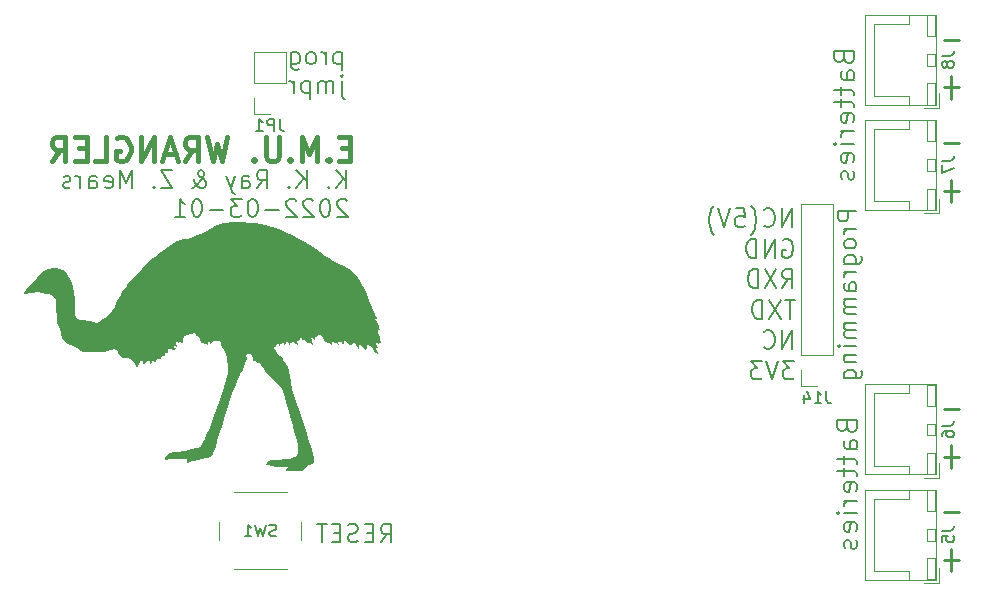
<source format=gbr>
%TF.GenerationSoftware,KiCad,Pcbnew,(6.0.1)*%
%TF.CreationDate,2022-03-01T16:38:42-05:00*%
%TF.ProjectId,Project_380,50726f6a-6563-4745-9f33-38302e6b6963,rev?*%
%TF.SameCoordinates,Original*%
%TF.FileFunction,Legend,Bot*%
%TF.FilePolarity,Positive*%
%FSLAX46Y46*%
G04 Gerber Fmt 4.6, Leading zero omitted, Abs format (unit mm)*
G04 Created by KiCad (PCBNEW (6.0.1)) date 2022-03-01 16:38:42*
%MOMM*%
%LPD*%
G01*
G04 APERTURE LIST*
%ADD10C,0.200000*%
%ADD11C,0.400000*%
%ADD12C,0.150000*%
%ADD13C,0.250000*%
%ADD14C,0.120000*%
G04 APERTURE END LIST*
D10*
X128262857Y-75721071D02*
X128262857Y-74221071D01*
X127405714Y-75721071D02*
X128048571Y-74863928D01*
X127405714Y-74221071D02*
X128262857Y-75078214D01*
X126762857Y-75578214D02*
X126691428Y-75649642D01*
X126762857Y-75721071D01*
X126834285Y-75649642D01*
X126762857Y-75578214D01*
X126762857Y-75721071D01*
X124905714Y-75721071D02*
X124905714Y-74221071D01*
X124048571Y-75721071D02*
X124691428Y-74863928D01*
X124048571Y-74221071D02*
X124905714Y-75078214D01*
X123405714Y-75578214D02*
X123334285Y-75649642D01*
X123405714Y-75721071D01*
X123477142Y-75649642D01*
X123405714Y-75578214D01*
X123405714Y-75721071D01*
X120691428Y-75721071D02*
X121191428Y-75006785D01*
X121548571Y-75721071D02*
X121548571Y-74221071D01*
X120977142Y-74221071D01*
X120834285Y-74292500D01*
X120762857Y-74363928D01*
X120691428Y-74506785D01*
X120691428Y-74721071D01*
X120762857Y-74863928D01*
X120834285Y-74935357D01*
X120977142Y-75006785D01*
X121548571Y-75006785D01*
X119405714Y-75721071D02*
X119405714Y-74935357D01*
X119477142Y-74792500D01*
X119620000Y-74721071D01*
X119905714Y-74721071D01*
X120048571Y-74792500D01*
X119405714Y-75649642D02*
X119548571Y-75721071D01*
X119905714Y-75721071D01*
X120048571Y-75649642D01*
X120120000Y-75506785D01*
X120120000Y-75363928D01*
X120048571Y-75221071D01*
X119905714Y-75149642D01*
X119548571Y-75149642D01*
X119405714Y-75078214D01*
X118834285Y-74721071D02*
X118477142Y-75721071D01*
X118120000Y-74721071D02*
X118477142Y-75721071D01*
X118620000Y-76078214D01*
X118691428Y-76149642D01*
X118834285Y-76221071D01*
X115191428Y-75721071D02*
X115262857Y-75721071D01*
X115405714Y-75649642D01*
X115620000Y-75435357D01*
X115977142Y-75006785D01*
X116120000Y-74792500D01*
X116191428Y-74578214D01*
X116191428Y-74435357D01*
X116120000Y-74292500D01*
X115977142Y-74221071D01*
X115905714Y-74221071D01*
X115762857Y-74292500D01*
X115691428Y-74435357D01*
X115691428Y-74506785D01*
X115762857Y-74649642D01*
X115834285Y-74721071D01*
X116262857Y-75006785D01*
X116334285Y-75078214D01*
X116405714Y-75221071D01*
X116405714Y-75435357D01*
X116334285Y-75578214D01*
X116262857Y-75649642D01*
X116120000Y-75721071D01*
X115905714Y-75721071D01*
X115762857Y-75649642D01*
X115691428Y-75578214D01*
X115477142Y-75292500D01*
X115405714Y-75078214D01*
X115405714Y-74935357D01*
X113548571Y-74221071D02*
X112548571Y-74221071D01*
X113548571Y-75721071D01*
X112548571Y-75721071D01*
X111977142Y-75578214D02*
X111905714Y-75649642D01*
X111977142Y-75721071D01*
X112048571Y-75649642D01*
X111977142Y-75578214D01*
X111977142Y-75721071D01*
X110120000Y-75721071D02*
X110120000Y-74221071D01*
X109620000Y-75292500D01*
X109120000Y-74221071D01*
X109120000Y-75721071D01*
X107834285Y-75649642D02*
X107977142Y-75721071D01*
X108262857Y-75721071D01*
X108405714Y-75649642D01*
X108477142Y-75506785D01*
X108477142Y-74935357D01*
X108405714Y-74792500D01*
X108262857Y-74721071D01*
X107977142Y-74721071D01*
X107834285Y-74792500D01*
X107762857Y-74935357D01*
X107762857Y-75078214D01*
X108477142Y-75221071D01*
X106477142Y-75721071D02*
X106477142Y-74935357D01*
X106548571Y-74792500D01*
X106691428Y-74721071D01*
X106977142Y-74721071D01*
X107120000Y-74792500D01*
X106477142Y-75649642D02*
X106620000Y-75721071D01*
X106977142Y-75721071D01*
X107120000Y-75649642D01*
X107191428Y-75506785D01*
X107191428Y-75363928D01*
X107120000Y-75221071D01*
X106977142Y-75149642D01*
X106620000Y-75149642D01*
X106477142Y-75078214D01*
X105762857Y-75721071D02*
X105762857Y-74721071D01*
X105762857Y-75006785D02*
X105691428Y-74863928D01*
X105620000Y-74792500D01*
X105477142Y-74721071D01*
X105334285Y-74721071D01*
X104905714Y-75649642D02*
X104762857Y-75721071D01*
X104477142Y-75721071D01*
X104334285Y-75649642D01*
X104262857Y-75506785D01*
X104262857Y-75435357D01*
X104334285Y-75292500D01*
X104477142Y-75221071D01*
X104691428Y-75221071D01*
X104834285Y-75149642D01*
X104905714Y-75006785D01*
X104905714Y-74935357D01*
X104834285Y-74792500D01*
X104691428Y-74721071D01*
X104477142Y-74721071D01*
X104334285Y-74792500D01*
X128334285Y-76778928D02*
X128262857Y-76707500D01*
X128120000Y-76636071D01*
X127762857Y-76636071D01*
X127620000Y-76707500D01*
X127548571Y-76778928D01*
X127477142Y-76921785D01*
X127477142Y-77064642D01*
X127548571Y-77278928D01*
X128405714Y-78136071D01*
X127477142Y-78136071D01*
X126548571Y-76636071D02*
X126405714Y-76636071D01*
X126262857Y-76707500D01*
X126191428Y-76778928D01*
X126120000Y-76921785D01*
X126048571Y-77207500D01*
X126048571Y-77564642D01*
X126120000Y-77850357D01*
X126191428Y-77993214D01*
X126262857Y-78064642D01*
X126405714Y-78136071D01*
X126548571Y-78136071D01*
X126691428Y-78064642D01*
X126762857Y-77993214D01*
X126834285Y-77850357D01*
X126905714Y-77564642D01*
X126905714Y-77207500D01*
X126834285Y-76921785D01*
X126762857Y-76778928D01*
X126691428Y-76707500D01*
X126548571Y-76636071D01*
X125477142Y-76778928D02*
X125405714Y-76707500D01*
X125262857Y-76636071D01*
X124905714Y-76636071D01*
X124762857Y-76707500D01*
X124691428Y-76778928D01*
X124620000Y-76921785D01*
X124620000Y-77064642D01*
X124691428Y-77278928D01*
X125548571Y-78136071D01*
X124620000Y-78136071D01*
X124048571Y-76778928D02*
X123977142Y-76707500D01*
X123834285Y-76636071D01*
X123477142Y-76636071D01*
X123334285Y-76707500D01*
X123262857Y-76778928D01*
X123191428Y-76921785D01*
X123191428Y-77064642D01*
X123262857Y-77278928D01*
X124120000Y-78136071D01*
X123191428Y-78136071D01*
X122548571Y-77564642D02*
X121405714Y-77564642D01*
X120405714Y-76636071D02*
X120262857Y-76636071D01*
X120120000Y-76707500D01*
X120048571Y-76778928D01*
X119977142Y-76921785D01*
X119905714Y-77207500D01*
X119905714Y-77564642D01*
X119977142Y-77850357D01*
X120048571Y-77993214D01*
X120120000Y-78064642D01*
X120262857Y-78136071D01*
X120405714Y-78136071D01*
X120548571Y-78064642D01*
X120620000Y-77993214D01*
X120691428Y-77850357D01*
X120762857Y-77564642D01*
X120762857Y-77207500D01*
X120691428Y-76921785D01*
X120620000Y-76778928D01*
X120548571Y-76707500D01*
X120405714Y-76636071D01*
X119405714Y-76636071D02*
X118477142Y-76636071D01*
X118977142Y-77207500D01*
X118762857Y-77207500D01*
X118620000Y-77278928D01*
X118548571Y-77350357D01*
X118477142Y-77493214D01*
X118477142Y-77850357D01*
X118548571Y-77993214D01*
X118620000Y-78064642D01*
X118762857Y-78136071D01*
X119191428Y-78136071D01*
X119334285Y-78064642D01*
X119405714Y-77993214D01*
X117834285Y-77564642D02*
X116691428Y-77564642D01*
X115691428Y-76636071D02*
X115548571Y-76636071D01*
X115405714Y-76707500D01*
X115334285Y-76778928D01*
X115262857Y-76921785D01*
X115191428Y-77207500D01*
X115191428Y-77564642D01*
X115262857Y-77850357D01*
X115334285Y-77993214D01*
X115405714Y-78064642D01*
X115548571Y-78136071D01*
X115691428Y-78136071D01*
X115834285Y-78064642D01*
X115905714Y-77993214D01*
X115977142Y-77850357D01*
X116048571Y-77564642D01*
X116048571Y-77207500D01*
X115977142Y-76921785D01*
X115905714Y-76778928D01*
X115834285Y-76707500D01*
X115691428Y-76636071D01*
X113762857Y-78136071D02*
X114620000Y-78136071D01*
X114191428Y-78136071D02*
X114191428Y-76636071D01*
X114334285Y-76850357D01*
X114477142Y-76993214D01*
X114620000Y-77064642D01*
D11*
X128571428Y-72357142D02*
X127904761Y-72357142D01*
X127619047Y-73404761D02*
X128571428Y-73404761D01*
X128571428Y-71404761D01*
X127619047Y-71404761D01*
X126761904Y-73214285D02*
X126666666Y-73309523D01*
X126761904Y-73404761D01*
X126857142Y-73309523D01*
X126761904Y-73214285D01*
X126761904Y-73404761D01*
X125809523Y-73404761D02*
X125809523Y-71404761D01*
X125142857Y-72833333D01*
X124476190Y-71404761D01*
X124476190Y-73404761D01*
X123523809Y-73214285D02*
X123428571Y-73309523D01*
X123523809Y-73404761D01*
X123619047Y-73309523D01*
X123523809Y-73214285D01*
X123523809Y-73404761D01*
X122571428Y-71404761D02*
X122571428Y-73023809D01*
X122476190Y-73214285D01*
X122380952Y-73309523D01*
X122190476Y-73404761D01*
X121809523Y-73404761D01*
X121619047Y-73309523D01*
X121523809Y-73214285D01*
X121428571Y-73023809D01*
X121428571Y-71404761D01*
X120476190Y-73214285D02*
X120380952Y-73309523D01*
X120476190Y-73404761D01*
X120571428Y-73309523D01*
X120476190Y-73214285D01*
X120476190Y-73404761D01*
X118190476Y-71404761D02*
X117714285Y-73404761D01*
X117333333Y-71976190D01*
X116952380Y-73404761D01*
X116476190Y-71404761D01*
X114571428Y-73404761D02*
X115238095Y-72452380D01*
X115714285Y-73404761D02*
X115714285Y-71404761D01*
X114952380Y-71404761D01*
X114761904Y-71500000D01*
X114666666Y-71595238D01*
X114571428Y-71785714D01*
X114571428Y-72071428D01*
X114666666Y-72261904D01*
X114761904Y-72357142D01*
X114952380Y-72452380D01*
X115714285Y-72452380D01*
X113809523Y-72833333D02*
X112857142Y-72833333D01*
X114000000Y-73404761D02*
X113333333Y-71404761D01*
X112666666Y-73404761D01*
X112000000Y-73404761D02*
X112000000Y-71404761D01*
X110857142Y-73404761D01*
X110857142Y-71404761D01*
X108857142Y-71500000D02*
X109047619Y-71404761D01*
X109333333Y-71404761D01*
X109619047Y-71500000D01*
X109809523Y-71690476D01*
X109904761Y-71880952D01*
X110000000Y-72261904D01*
X110000000Y-72547619D01*
X109904761Y-72928571D01*
X109809523Y-73119047D01*
X109619047Y-73309523D01*
X109333333Y-73404761D01*
X109142857Y-73404761D01*
X108857142Y-73309523D01*
X108761904Y-73214285D01*
X108761904Y-72547619D01*
X109142857Y-72547619D01*
X106952380Y-73404761D02*
X107904761Y-73404761D01*
X107904761Y-71404761D01*
X106285714Y-72357142D02*
X105619047Y-72357142D01*
X105333333Y-73404761D02*
X106285714Y-73404761D01*
X106285714Y-71404761D01*
X105333333Y-71404761D01*
X103333333Y-73404761D02*
X104000000Y-72452380D01*
X104476190Y-73404761D02*
X104476190Y-71404761D01*
X103714285Y-71404761D01*
X103523809Y-71500000D01*
X103428571Y-71595238D01*
X103333333Y-71785714D01*
X103333333Y-72071428D01*
X103428571Y-72261904D01*
X103523809Y-72357142D01*
X103714285Y-72452380D01*
X104476190Y-72452380D01*
D10*
X171428571Y-77678571D02*
X169928571Y-77678571D01*
X169928571Y-78250000D01*
X170000000Y-78392857D01*
X170071428Y-78464285D01*
X170214285Y-78535714D01*
X170428571Y-78535714D01*
X170571428Y-78464285D01*
X170642857Y-78392857D01*
X170714285Y-78250000D01*
X170714285Y-77678571D01*
X171428571Y-79178571D02*
X170428571Y-79178571D01*
X170714285Y-79178571D02*
X170571428Y-79250000D01*
X170500000Y-79321428D01*
X170428571Y-79464285D01*
X170428571Y-79607142D01*
X171428571Y-80321428D02*
X171357142Y-80178571D01*
X171285714Y-80107142D01*
X171142857Y-80035714D01*
X170714285Y-80035714D01*
X170571428Y-80107142D01*
X170500000Y-80178571D01*
X170428571Y-80321428D01*
X170428571Y-80535714D01*
X170500000Y-80678571D01*
X170571428Y-80750000D01*
X170714285Y-80821428D01*
X171142857Y-80821428D01*
X171285714Y-80750000D01*
X171357142Y-80678571D01*
X171428571Y-80535714D01*
X171428571Y-80321428D01*
X170428571Y-82107142D02*
X171642857Y-82107142D01*
X171785714Y-82035714D01*
X171857142Y-81964285D01*
X171928571Y-81821428D01*
X171928571Y-81607142D01*
X171857142Y-81464285D01*
X171357142Y-82107142D02*
X171428571Y-81964285D01*
X171428571Y-81678571D01*
X171357142Y-81535714D01*
X171285714Y-81464285D01*
X171142857Y-81392857D01*
X170714285Y-81392857D01*
X170571428Y-81464285D01*
X170500000Y-81535714D01*
X170428571Y-81678571D01*
X170428571Y-81964285D01*
X170500000Y-82107142D01*
X171428571Y-82821428D02*
X170428571Y-82821428D01*
X170714285Y-82821428D02*
X170571428Y-82892857D01*
X170500000Y-82964285D01*
X170428571Y-83107142D01*
X170428571Y-83250000D01*
X171428571Y-84392857D02*
X170642857Y-84392857D01*
X170500000Y-84321428D01*
X170428571Y-84178571D01*
X170428571Y-83892857D01*
X170500000Y-83750000D01*
X171357142Y-84392857D02*
X171428571Y-84250000D01*
X171428571Y-83892857D01*
X171357142Y-83750000D01*
X171214285Y-83678571D01*
X171071428Y-83678571D01*
X170928571Y-83750000D01*
X170857142Y-83892857D01*
X170857142Y-84250000D01*
X170785714Y-84392857D01*
X171428571Y-85107142D02*
X170428571Y-85107142D01*
X170571428Y-85107142D02*
X170500000Y-85178571D01*
X170428571Y-85321428D01*
X170428571Y-85535714D01*
X170500000Y-85678571D01*
X170642857Y-85750000D01*
X171428571Y-85750000D01*
X170642857Y-85750000D02*
X170500000Y-85821428D01*
X170428571Y-85964285D01*
X170428571Y-86178571D01*
X170500000Y-86321428D01*
X170642857Y-86392857D01*
X171428571Y-86392857D01*
X171428571Y-87107142D02*
X170428571Y-87107142D01*
X170571428Y-87107142D02*
X170500000Y-87178571D01*
X170428571Y-87321428D01*
X170428571Y-87535714D01*
X170500000Y-87678571D01*
X170642857Y-87750000D01*
X171428571Y-87750000D01*
X170642857Y-87750000D02*
X170500000Y-87821428D01*
X170428571Y-87964285D01*
X170428571Y-88178571D01*
X170500000Y-88321428D01*
X170642857Y-88392857D01*
X171428571Y-88392857D01*
X171428571Y-89107142D02*
X170428571Y-89107142D01*
X169928571Y-89107142D02*
X170000000Y-89035714D01*
X170071428Y-89107142D01*
X170000000Y-89178571D01*
X169928571Y-89107142D01*
X170071428Y-89107142D01*
X170428571Y-89821428D02*
X171428571Y-89821428D01*
X170571428Y-89821428D02*
X170500000Y-89892857D01*
X170428571Y-90035714D01*
X170428571Y-90250000D01*
X170500000Y-90392857D01*
X170642857Y-90464285D01*
X171428571Y-90464285D01*
X170428571Y-91821428D02*
X171642857Y-91821428D01*
X171785714Y-91750000D01*
X171857142Y-91678571D01*
X171928571Y-91535714D01*
X171928571Y-91321428D01*
X171857142Y-91178571D01*
X171357142Y-91821428D02*
X171428571Y-91678571D01*
X171428571Y-91392857D01*
X171357142Y-91250000D01*
X171285714Y-91178571D01*
X171142857Y-91107142D01*
X170714285Y-91107142D01*
X170571428Y-91178571D01*
X170500000Y-91250000D01*
X170428571Y-91392857D01*
X170428571Y-91678571D01*
X170500000Y-91821428D01*
D12*
X166045357Y-79033809D02*
X166045357Y-77433809D01*
X165188214Y-79033809D01*
X165188214Y-77433809D01*
X163616785Y-78881428D02*
X163688214Y-78957619D01*
X163902500Y-79033809D01*
X164045357Y-79033809D01*
X164259642Y-78957619D01*
X164402500Y-78805238D01*
X164473928Y-78652857D01*
X164545357Y-78348095D01*
X164545357Y-78119523D01*
X164473928Y-77814761D01*
X164402500Y-77662380D01*
X164259642Y-77510000D01*
X164045357Y-77433809D01*
X163902500Y-77433809D01*
X163688214Y-77510000D01*
X163616785Y-77586190D01*
X162545357Y-79643333D02*
X162616785Y-79567142D01*
X162759642Y-79338571D01*
X162831071Y-79186190D01*
X162902500Y-78957619D01*
X162973928Y-78576666D01*
X162973928Y-78271904D01*
X162902500Y-77890952D01*
X162831071Y-77662380D01*
X162759642Y-77510000D01*
X162616785Y-77281428D01*
X162545357Y-77205238D01*
X161259642Y-77433809D02*
X161973928Y-77433809D01*
X162045357Y-78195714D01*
X161973928Y-78119523D01*
X161831071Y-78043333D01*
X161473928Y-78043333D01*
X161331071Y-78119523D01*
X161259642Y-78195714D01*
X161188214Y-78348095D01*
X161188214Y-78729047D01*
X161259642Y-78881428D01*
X161331071Y-78957619D01*
X161473928Y-79033809D01*
X161831071Y-79033809D01*
X161973928Y-78957619D01*
X162045357Y-78881428D01*
X160759642Y-77433809D02*
X160259642Y-79033809D01*
X159759642Y-77433809D01*
X159402500Y-79643333D02*
X159331071Y-79567142D01*
X159188214Y-79338571D01*
X159116785Y-79186190D01*
X159045357Y-78957619D01*
X158973928Y-78576666D01*
X158973928Y-78271904D01*
X159045357Y-77890952D01*
X159116785Y-77662380D01*
X159188214Y-77510000D01*
X159331071Y-77281428D01*
X159402500Y-77205238D01*
X165259642Y-80086000D02*
X165402500Y-80009809D01*
X165616785Y-80009809D01*
X165831071Y-80086000D01*
X165973928Y-80238380D01*
X166045357Y-80390761D01*
X166116785Y-80695523D01*
X166116785Y-80924095D01*
X166045357Y-81228857D01*
X165973928Y-81381238D01*
X165831071Y-81533619D01*
X165616785Y-81609809D01*
X165473928Y-81609809D01*
X165259642Y-81533619D01*
X165188214Y-81457428D01*
X165188214Y-80924095D01*
X165473928Y-80924095D01*
X164545357Y-81609809D02*
X164545357Y-80009809D01*
X163688214Y-81609809D01*
X163688214Y-80009809D01*
X162973928Y-81609809D02*
X162973928Y-80009809D01*
X162616785Y-80009809D01*
X162402500Y-80086000D01*
X162259642Y-80238380D01*
X162188214Y-80390761D01*
X162116785Y-80695523D01*
X162116785Y-80924095D01*
X162188214Y-81228857D01*
X162259642Y-81381238D01*
X162402500Y-81533619D01*
X162616785Y-81609809D01*
X162973928Y-81609809D01*
X165188214Y-84185809D02*
X165688214Y-83423904D01*
X166045357Y-84185809D02*
X166045357Y-82585809D01*
X165473928Y-82585809D01*
X165331071Y-82662000D01*
X165259642Y-82738190D01*
X165188214Y-82890571D01*
X165188214Y-83119142D01*
X165259642Y-83271523D01*
X165331071Y-83347714D01*
X165473928Y-83423904D01*
X166045357Y-83423904D01*
X164688214Y-82585809D02*
X163688214Y-84185809D01*
X163688214Y-82585809D02*
X164688214Y-84185809D01*
X163116785Y-84185809D02*
X163116785Y-82585809D01*
X162759642Y-82585809D01*
X162545357Y-82662000D01*
X162402500Y-82814380D01*
X162331071Y-82966761D01*
X162259642Y-83271523D01*
X162259642Y-83500095D01*
X162331071Y-83804857D01*
X162402500Y-83957238D01*
X162545357Y-84109619D01*
X162759642Y-84185809D01*
X163116785Y-84185809D01*
X166259642Y-85161809D02*
X165402500Y-85161809D01*
X165831071Y-86761809D02*
X165831071Y-85161809D01*
X165045357Y-85161809D02*
X164045357Y-86761809D01*
X164045357Y-85161809D02*
X165045357Y-86761809D01*
X163473928Y-86761809D02*
X163473928Y-85161809D01*
X163116785Y-85161809D01*
X162902500Y-85238000D01*
X162759642Y-85390380D01*
X162688214Y-85542761D01*
X162616785Y-85847523D01*
X162616785Y-86076095D01*
X162688214Y-86380857D01*
X162759642Y-86533238D01*
X162902500Y-86685619D01*
X163116785Y-86761809D01*
X163473928Y-86761809D01*
X166045357Y-89337809D02*
X166045357Y-87737809D01*
X165188214Y-89337809D01*
X165188214Y-87737809D01*
X163616785Y-89185428D02*
X163688214Y-89261619D01*
X163902500Y-89337809D01*
X164045357Y-89337809D01*
X164259642Y-89261619D01*
X164402500Y-89109238D01*
X164473928Y-88956857D01*
X164545357Y-88652095D01*
X164545357Y-88423523D01*
X164473928Y-88118761D01*
X164402500Y-87966380D01*
X164259642Y-87814000D01*
X164045357Y-87737809D01*
X163902500Y-87737809D01*
X163688214Y-87814000D01*
X163616785Y-87890190D01*
X166188214Y-90313809D02*
X165259642Y-90313809D01*
X165759642Y-90923333D01*
X165545357Y-90923333D01*
X165402500Y-90999523D01*
X165331071Y-91075714D01*
X165259642Y-91228095D01*
X165259642Y-91609047D01*
X165331071Y-91761428D01*
X165402500Y-91837619D01*
X165545357Y-91913809D01*
X165973928Y-91913809D01*
X166116785Y-91837619D01*
X166188214Y-91761428D01*
X164831071Y-90313809D02*
X164331071Y-91913809D01*
X163831071Y-90313809D01*
X163473928Y-90313809D02*
X162545357Y-90313809D01*
X163045357Y-90923333D01*
X162831071Y-90923333D01*
X162688214Y-90999523D01*
X162616785Y-91075714D01*
X162545357Y-91228095D01*
X162545357Y-91609047D01*
X162616785Y-91761428D01*
X162688214Y-91837619D01*
X162831071Y-91913809D01*
X163259642Y-91913809D01*
X163402500Y-91837619D01*
X163473928Y-91761428D01*
D10*
X170375000Y-64666666D02*
X170458333Y-64916666D01*
X170541666Y-65000000D01*
X170708333Y-65083333D01*
X170958333Y-65083333D01*
X171125000Y-65000000D01*
X171208333Y-64916666D01*
X171291666Y-64750000D01*
X171291666Y-64083333D01*
X169541666Y-64083333D01*
X169541666Y-64666666D01*
X169625000Y-64833333D01*
X169708333Y-64916666D01*
X169875000Y-65000000D01*
X170041666Y-65000000D01*
X170208333Y-64916666D01*
X170291666Y-64833333D01*
X170375000Y-64666666D01*
X170375000Y-64083333D01*
X171291666Y-66583333D02*
X170375000Y-66583333D01*
X170208333Y-66500000D01*
X170125000Y-66333333D01*
X170125000Y-66000000D01*
X170208333Y-65833333D01*
X171208333Y-66583333D02*
X171291666Y-66416666D01*
X171291666Y-66000000D01*
X171208333Y-65833333D01*
X171041666Y-65750000D01*
X170875000Y-65750000D01*
X170708333Y-65833333D01*
X170625000Y-66000000D01*
X170625000Y-66416666D01*
X170541666Y-66583333D01*
X170125000Y-67166666D02*
X170125000Y-67833333D01*
X169541666Y-67416666D02*
X171041666Y-67416666D01*
X171208333Y-67500000D01*
X171291666Y-67666666D01*
X171291666Y-67833333D01*
X170125000Y-68166666D02*
X170125000Y-68833333D01*
X169541666Y-68416666D02*
X171041666Y-68416666D01*
X171208333Y-68500000D01*
X171291666Y-68666666D01*
X171291666Y-68833333D01*
X171208333Y-70083333D02*
X171291666Y-69916666D01*
X171291666Y-69583333D01*
X171208333Y-69416666D01*
X171041666Y-69333333D01*
X170375000Y-69333333D01*
X170208333Y-69416666D01*
X170125000Y-69583333D01*
X170125000Y-69916666D01*
X170208333Y-70083333D01*
X170375000Y-70166666D01*
X170541666Y-70166666D01*
X170708333Y-69333333D01*
X171291666Y-70916666D02*
X170125000Y-70916666D01*
X170458333Y-70916666D02*
X170291666Y-71000000D01*
X170208333Y-71083333D01*
X170125000Y-71250000D01*
X170125000Y-71416666D01*
X171291666Y-72000000D02*
X170125000Y-72000000D01*
X169541666Y-72000000D02*
X169625000Y-71916666D01*
X169708333Y-72000000D01*
X169625000Y-72083333D01*
X169541666Y-72000000D01*
X169708333Y-72000000D01*
X171208333Y-73500000D02*
X171291666Y-73333333D01*
X171291666Y-73000000D01*
X171208333Y-72833333D01*
X171041666Y-72750000D01*
X170375000Y-72750000D01*
X170208333Y-72833333D01*
X170125000Y-73000000D01*
X170125000Y-73333333D01*
X170208333Y-73500000D01*
X170375000Y-73583333D01*
X170541666Y-73583333D01*
X170708333Y-72750000D01*
X171208333Y-74250000D02*
X171291666Y-74416666D01*
X171291666Y-74750000D01*
X171208333Y-74916666D01*
X171041666Y-75000000D01*
X170958333Y-75000000D01*
X170791666Y-74916666D01*
X170708333Y-74750000D01*
X170708333Y-74500000D01*
X170625000Y-74333333D01*
X170458333Y-74250000D01*
X170375000Y-74250000D01*
X170208333Y-74333333D01*
X170125000Y-74500000D01*
X170125000Y-74750000D01*
X170208333Y-74916666D01*
X170625000Y-95916666D02*
X170708333Y-96166666D01*
X170791666Y-96250000D01*
X170958333Y-96333333D01*
X171208333Y-96333333D01*
X171375000Y-96250000D01*
X171458333Y-96166666D01*
X171541666Y-96000000D01*
X171541666Y-95333333D01*
X169791666Y-95333333D01*
X169791666Y-95916666D01*
X169875000Y-96083333D01*
X169958333Y-96166666D01*
X170125000Y-96250000D01*
X170291666Y-96250000D01*
X170458333Y-96166666D01*
X170541666Y-96083333D01*
X170625000Y-95916666D01*
X170625000Y-95333333D01*
X171541666Y-97833333D02*
X170625000Y-97833333D01*
X170458333Y-97750000D01*
X170375000Y-97583333D01*
X170375000Y-97250000D01*
X170458333Y-97083333D01*
X171458333Y-97833333D02*
X171541666Y-97666666D01*
X171541666Y-97250000D01*
X171458333Y-97083333D01*
X171291666Y-97000000D01*
X171125000Y-97000000D01*
X170958333Y-97083333D01*
X170875000Y-97250000D01*
X170875000Y-97666666D01*
X170791666Y-97833333D01*
X170375000Y-98416666D02*
X170375000Y-99083333D01*
X169791666Y-98666666D02*
X171291666Y-98666666D01*
X171458333Y-98750000D01*
X171541666Y-98916666D01*
X171541666Y-99083333D01*
X170375000Y-99416666D02*
X170375000Y-100083333D01*
X169791666Y-99666666D02*
X171291666Y-99666666D01*
X171458333Y-99750000D01*
X171541666Y-99916666D01*
X171541666Y-100083333D01*
X171458333Y-101333333D02*
X171541666Y-101166666D01*
X171541666Y-100833333D01*
X171458333Y-100666666D01*
X171291666Y-100583333D01*
X170625000Y-100583333D01*
X170458333Y-100666666D01*
X170375000Y-100833333D01*
X170375000Y-101166666D01*
X170458333Y-101333333D01*
X170625000Y-101416666D01*
X170791666Y-101416666D01*
X170958333Y-100583333D01*
X171541666Y-102166666D02*
X170375000Y-102166666D01*
X170708333Y-102166666D02*
X170541666Y-102250000D01*
X170458333Y-102333333D01*
X170375000Y-102500000D01*
X170375000Y-102666666D01*
X171541666Y-103250000D02*
X170375000Y-103250000D01*
X169791666Y-103250000D02*
X169875000Y-103166666D01*
X169958333Y-103250000D01*
X169875000Y-103333333D01*
X169791666Y-103250000D01*
X169958333Y-103250000D01*
X171458333Y-104750000D02*
X171541666Y-104583333D01*
X171541666Y-104250000D01*
X171458333Y-104083333D01*
X171291666Y-104000000D01*
X170625000Y-104000000D01*
X170458333Y-104083333D01*
X170375000Y-104250000D01*
X170375000Y-104583333D01*
X170458333Y-104750000D01*
X170625000Y-104833333D01*
X170791666Y-104833333D01*
X170958333Y-104000000D01*
X171458333Y-105500000D02*
X171541666Y-105666666D01*
X171541666Y-106000000D01*
X171458333Y-106166666D01*
X171291666Y-106250000D01*
X171208333Y-106250000D01*
X171041666Y-106166666D01*
X170958333Y-106000000D01*
X170958333Y-105750000D01*
X170875000Y-105583333D01*
X170708333Y-105500000D01*
X170625000Y-105500000D01*
X170458333Y-105583333D01*
X170375000Y-105750000D01*
X170375000Y-106000000D01*
X170458333Y-106166666D01*
D13*
X180166666Y-103166071D02*
X178833333Y-103166071D01*
X180166666Y-107191071D02*
X178833333Y-107191071D01*
X179500000Y-108143452D02*
X179500000Y-106238690D01*
X180166666Y-94416071D02*
X178833333Y-94416071D01*
X180166666Y-98441071D02*
X178833333Y-98441071D01*
X179500000Y-99393452D02*
X179500000Y-97488690D01*
X180166666Y-71916071D02*
X178833333Y-71916071D01*
X180166666Y-75941071D02*
X178833333Y-75941071D01*
X179500000Y-76893452D02*
X179500000Y-74988690D01*
X180166666Y-63166071D02*
X178833333Y-63166071D01*
X180166666Y-67191071D02*
X178833333Y-67191071D01*
X179500000Y-68143452D02*
X179500000Y-66238690D01*
D12*
X131178571Y-105678571D02*
X131678571Y-104964285D01*
X132035714Y-105678571D02*
X132035714Y-104178571D01*
X131464285Y-104178571D01*
X131321428Y-104250000D01*
X131250000Y-104321428D01*
X131178571Y-104464285D01*
X131178571Y-104678571D01*
X131250000Y-104821428D01*
X131321428Y-104892857D01*
X131464285Y-104964285D01*
X132035714Y-104964285D01*
X130535714Y-104892857D02*
X130035714Y-104892857D01*
X129821428Y-105678571D02*
X130535714Y-105678571D01*
X130535714Y-104178571D01*
X129821428Y-104178571D01*
X129250000Y-105607142D02*
X129035714Y-105678571D01*
X128678571Y-105678571D01*
X128535714Y-105607142D01*
X128464285Y-105535714D01*
X128392857Y-105392857D01*
X128392857Y-105250000D01*
X128464285Y-105107142D01*
X128535714Y-105035714D01*
X128678571Y-104964285D01*
X128964285Y-104892857D01*
X129107142Y-104821428D01*
X129178571Y-104750000D01*
X129250000Y-104607142D01*
X129250000Y-104464285D01*
X129178571Y-104321428D01*
X129107142Y-104250000D01*
X128964285Y-104178571D01*
X128607142Y-104178571D01*
X128392857Y-104250000D01*
X127750000Y-104892857D02*
X127250000Y-104892857D01*
X127035714Y-105678571D02*
X127750000Y-105678571D01*
X127750000Y-104178571D01*
X127035714Y-104178571D01*
X126607142Y-104178571D02*
X125750000Y-104178571D01*
X126178571Y-105678571D02*
X126178571Y-104178571D01*
X127892857Y-64221071D02*
X127892857Y-65721071D01*
X127892857Y-64292500D02*
X127750000Y-64221071D01*
X127464285Y-64221071D01*
X127321428Y-64292500D01*
X127250000Y-64363928D01*
X127178571Y-64506785D01*
X127178571Y-64935357D01*
X127250000Y-65078214D01*
X127321428Y-65149642D01*
X127464285Y-65221071D01*
X127750000Y-65221071D01*
X127892857Y-65149642D01*
X126535714Y-65221071D02*
X126535714Y-64221071D01*
X126535714Y-64506785D02*
X126464285Y-64363928D01*
X126392857Y-64292500D01*
X126250000Y-64221071D01*
X126107142Y-64221071D01*
X125392857Y-65221071D02*
X125535714Y-65149642D01*
X125607142Y-65078214D01*
X125678571Y-64935357D01*
X125678571Y-64506785D01*
X125607142Y-64363928D01*
X125535714Y-64292500D01*
X125392857Y-64221071D01*
X125178571Y-64221071D01*
X125035714Y-64292500D01*
X124964285Y-64363928D01*
X124892857Y-64506785D01*
X124892857Y-64935357D01*
X124964285Y-65078214D01*
X125035714Y-65149642D01*
X125178571Y-65221071D01*
X125392857Y-65221071D01*
X123607142Y-64221071D02*
X123607142Y-65435357D01*
X123678571Y-65578214D01*
X123750000Y-65649642D01*
X123892857Y-65721071D01*
X124107142Y-65721071D01*
X124250000Y-65649642D01*
X123607142Y-65149642D02*
X123750000Y-65221071D01*
X124035714Y-65221071D01*
X124178571Y-65149642D01*
X124250000Y-65078214D01*
X124321428Y-64935357D01*
X124321428Y-64506785D01*
X124250000Y-64363928D01*
X124178571Y-64292500D01*
X124035714Y-64221071D01*
X123750000Y-64221071D01*
X123607142Y-64292500D01*
X127892857Y-66636071D02*
X127892857Y-67921785D01*
X127964285Y-68064642D01*
X128107142Y-68136071D01*
X128178571Y-68136071D01*
X127892857Y-66136071D02*
X127964285Y-66207500D01*
X127892857Y-66278928D01*
X127821428Y-66207500D01*
X127892857Y-66136071D01*
X127892857Y-66278928D01*
X127178571Y-67636071D02*
X127178571Y-66636071D01*
X127178571Y-66778928D02*
X127107142Y-66707500D01*
X126964285Y-66636071D01*
X126750000Y-66636071D01*
X126607142Y-66707500D01*
X126535714Y-66850357D01*
X126535714Y-67636071D01*
X126535714Y-66850357D02*
X126464285Y-66707500D01*
X126321428Y-66636071D01*
X126107142Y-66636071D01*
X125964285Y-66707500D01*
X125892857Y-66850357D01*
X125892857Y-67636071D01*
X125178571Y-66636071D02*
X125178571Y-68136071D01*
X125178571Y-66707500D02*
X125035714Y-66636071D01*
X124750000Y-66636071D01*
X124607142Y-66707500D01*
X124535714Y-66778928D01*
X124464285Y-66921785D01*
X124464285Y-67350357D01*
X124535714Y-67493214D01*
X124607142Y-67564642D01*
X124750000Y-67636071D01*
X125035714Y-67636071D01*
X125178571Y-67564642D01*
X123821428Y-67636071D02*
X123821428Y-66636071D01*
X123821428Y-66921785D02*
X123750000Y-66778928D01*
X123678571Y-66707500D01*
X123535714Y-66636071D01*
X123392857Y-66636071D01*
%TO.C,J7*%
X178702380Y-73416666D02*
X179416666Y-73416666D01*
X179559523Y-73369047D01*
X179654761Y-73273809D01*
X179702380Y-73130952D01*
X179702380Y-73035714D01*
X178702380Y-73797619D02*
X178702380Y-74464285D01*
X179702380Y-74035714D01*
%TO.C,J8*%
X178702380Y-64516666D02*
X179416666Y-64516666D01*
X179559523Y-64469047D01*
X179654761Y-64373809D01*
X179702380Y-64230952D01*
X179702380Y-64135714D01*
X179130952Y-65135714D02*
X179083333Y-65040476D01*
X179035714Y-64992857D01*
X178940476Y-64945238D01*
X178892857Y-64945238D01*
X178797619Y-64992857D01*
X178750000Y-65040476D01*
X178702380Y-65135714D01*
X178702380Y-65326190D01*
X178750000Y-65421428D01*
X178797619Y-65469047D01*
X178892857Y-65516666D01*
X178940476Y-65516666D01*
X179035714Y-65469047D01*
X179083333Y-65421428D01*
X179130952Y-65326190D01*
X179130952Y-65135714D01*
X179178571Y-65040476D01*
X179226190Y-64992857D01*
X179321428Y-64945238D01*
X179511904Y-64945238D01*
X179607142Y-64992857D01*
X179654761Y-65040476D01*
X179702380Y-65135714D01*
X179702380Y-65326190D01*
X179654761Y-65421428D01*
X179607142Y-65469047D01*
X179511904Y-65516666D01*
X179321428Y-65516666D01*
X179226190Y-65469047D01*
X179178571Y-65421428D01*
X179130952Y-65326190D01*
%TO.C,JP1*%
X122633333Y-69857380D02*
X122633333Y-70571666D01*
X122680952Y-70714523D01*
X122776190Y-70809761D01*
X122919047Y-70857380D01*
X123014285Y-70857380D01*
X122157142Y-70857380D02*
X122157142Y-69857380D01*
X121776190Y-69857380D01*
X121680952Y-69905000D01*
X121633333Y-69952619D01*
X121585714Y-70047857D01*
X121585714Y-70190714D01*
X121633333Y-70285952D01*
X121680952Y-70333571D01*
X121776190Y-70381190D01*
X122157142Y-70381190D01*
X120633333Y-70857380D02*
X121204761Y-70857380D01*
X120919047Y-70857380D02*
X120919047Y-69857380D01*
X121014285Y-70000238D01*
X121109523Y-70095476D01*
X121204761Y-70143095D01*
%TO.C,J5*%
X178702380Y-104716666D02*
X179416666Y-104716666D01*
X179559523Y-104669047D01*
X179654761Y-104573809D01*
X179702380Y-104430952D01*
X179702380Y-104335714D01*
X178702380Y-105669047D02*
X178702380Y-105192857D01*
X179178571Y-105145238D01*
X179130952Y-105192857D01*
X179083333Y-105288095D01*
X179083333Y-105526190D01*
X179130952Y-105621428D01*
X179178571Y-105669047D01*
X179273809Y-105716666D01*
X179511904Y-105716666D01*
X179607142Y-105669047D01*
X179654761Y-105621428D01*
X179702380Y-105526190D01*
X179702380Y-105288095D01*
X179654761Y-105192857D01*
X179607142Y-105145238D01*
%TO.C,SW1*%
X122333333Y-105154761D02*
X122190476Y-105202380D01*
X121952380Y-105202380D01*
X121857142Y-105154761D01*
X121809523Y-105107142D01*
X121761904Y-105011904D01*
X121761904Y-104916666D01*
X121809523Y-104821428D01*
X121857142Y-104773809D01*
X121952380Y-104726190D01*
X122142857Y-104678571D01*
X122238095Y-104630952D01*
X122285714Y-104583333D01*
X122333333Y-104488095D01*
X122333333Y-104392857D01*
X122285714Y-104297619D01*
X122238095Y-104250000D01*
X122142857Y-104202380D01*
X121904761Y-104202380D01*
X121761904Y-104250000D01*
X121428571Y-104202380D02*
X121190476Y-105202380D01*
X121000000Y-104488095D01*
X120809523Y-105202380D01*
X120571428Y-104202380D01*
X119666666Y-105202380D02*
X120238095Y-105202380D01*
X119952380Y-105202380D02*
X119952380Y-104202380D01*
X120047619Y-104345238D01*
X120142857Y-104440476D01*
X120238095Y-104488095D01*
%TO.C,J14*%
X168919523Y-92912380D02*
X168919523Y-93626666D01*
X168967142Y-93769523D01*
X169062380Y-93864761D01*
X169205238Y-93912380D01*
X169300476Y-93912380D01*
X167919523Y-93912380D02*
X168490952Y-93912380D01*
X168205238Y-93912380D02*
X168205238Y-92912380D01*
X168300476Y-93055238D01*
X168395714Y-93150476D01*
X168490952Y-93198095D01*
X167062380Y-93245714D02*
X167062380Y-93912380D01*
X167300476Y-92864761D02*
X167538571Y-93579047D01*
X166919523Y-93579047D01*
%TO.C,J6*%
X178702380Y-95816666D02*
X179416666Y-95816666D01*
X179559523Y-95769047D01*
X179654761Y-95673809D01*
X179702380Y-95530952D01*
X179702380Y-95435714D01*
X178702380Y-96721428D02*
X178702380Y-96530952D01*
X178750000Y-96435714D01*
X178797619Y-96388095D01*
X178940476Y-96292857D01*
X179130952Y-96245238D01*
X179511904Y-96245238D01*
X179607142Y-96292857D01*
X179654761Y-96340476D01*
X179702380Y-96435714D01*
X179702380Y-96626190D01*
X179654761Y-96721428D01*
X179607142Y-96769047D01*
X179511904Y-96816666D01*
X179273809Y-96816666D01*
X179178571Y-96769047D01*
X179130952Y-96721428D01*
X179083333Y-96626190D01*
X179083333Y-96435714D01*
X179130952Y-96340476D01*
X179178571Y-96292857D01*
X179273809Y-96245238D01*
%TO.C,G\u002A\u002A\u002A*%
G36*
X119205519Y-78614982D02*
G01*
X119616168Y-78623938D01*
X120020127Y-78640147D01*
X120396760Y-78663316D01*
X120725433Y-78693152D01*
X120985510Y-78729364D01*
X121055102Y-78742627D01*
X121486040Y-78850142D01*
X121985997Y-79009892D01*
X122532837Y-79212387D01*
X123104423Y-79448139D01*
X123678618Y-79707660D01*
X124233287Y-79981460D01*
X124746291Y-80260052D01*
X125195496Y-80533945D01*
X125416287Y-80681732D01*
X125731217Y-80899328D01*
X126057815Y-81130857D01*
X126352725Y-81345898D01*
X126460082Y-81423968D01*
X126818799Y-81664617D01*
X127178565Y-81879291D01*
X127496869Y-82042121D01*
X127670175Y-82121143D01*
X128035513Y-82294179D01*
X128322582Y-82443746D01*
X128551568Y-82582813D01*
X128742662Y-82724348D01*
X128916052Y-82881318D01*
X129091925Y-83066691D01*
X129298166Y-83299235D01*
X129448168Y-83477460D01*
X129526387Y-83583499D01*
X129530312Y-83613925D01*
X129457433Y-83565315D01*
X129407109Y-83528087D01*
X129381819Y-83523567D01*
X129408579Y-83579580D01*
X129492822Y-83706532D01*
X129639985Y-83914828D01*
X129809409Y-84182877D01*
X130032454Y-84653550D01*
X130230349Y-85226848D01*
X130312776Y-85473263D01*
X130424260Y-85757939D01*
X130533550Y-85996621D01*
X130619397Y-86175158D01*
X130679469Y-86323109D01*
X130698040Y-86402990D01*
X130698000Y-86414323D01*
X130741575Y-86503135D01*
X130837624Y-86617517D01*
X130905045Y-86688995D01*
X130949263Y-86757250D01*
X130904804Y-86754460D01*
X130774013Y-86678381D01*
X130729500Y-86650343D01*
X130687631Y-86635694D01*
X130688959Y-86674952D01*
X130736650Y-86783999D01*
X130833870Y-86978719D01*
X130866490Y-87045315D01*
X130948601Y-87232913D01*
X131016882Y-87414871D01*
X131065563Y-87571086D01*
X131088877Y-87681453D01*
X131081053Y-87725871D01*
X131036323Y-87684234D01*
X131004393Y-87649960D01*
X130972889Y-87667105D01*
X130968084Y-87764067D01*
X130986653Y-87921850D01*
X131025275Y-88121459D01*
X131080626Y-88343900D01*
X131149385Y-88570178D01*
X131228228Y-88781299D01*
X131234096Y-88796033D01*
X131233580Y-88853407D01*
X131148714Y-88845913D01*
X131126970Y-88840605D01*
X131056445Y-88844693D01*
X131063412Y-88921596D01*
X131071248Y-88958148D01*
X131041538Y-88957724D01*
X130949847Y-88868093D01*
X130857002Y-88781353D01*
X130812364Y-88780449D01*
X130821281Y-88875474D01*
X130882711Y-89069554D01*
X130900046Y-89118557D01*
X130931764Y-89225216D01*
X130917081Y-89253325D01*
X130851596Y-89224861D01*
X130779376Y-89195393D01*
X130752130Y-89220186D01*
X130786908Y-89318405D01*
X130884985Y-89500563D01*
X130931894Y-89587377D01*
X130981235Y-89699728D01*
X130982836Y-89743693D01*
X130928730Y-89729690D01*
X130798865Y-89640235D01*
X130651347Y-89488631D01*
X130511632Y-89298908D01*
X130403658Y-89147528D01*
X130296458Y-89058352D01*
X130171218Y-89026701D01*
X130052178Y-89025211D01*
X130014973Y-89069143D01*
X130033806Y-89191205D01*
X130054638Y-89303815D01*
X130038549Y-89332932D01*
X129971486Y-89285362D01*
X129917580Y-89243372D01*
X129889665Y-89246779D01*
X129914124Y-89343692D01*
X129923766Y-89381942D01*
X129910280Y-89405977D01*
X129844531Y-89352192D01*
X129717289Y-89214527D01*
X129597402Y-89086361D01*
X129486457Y-88982597D01*
X129423967Y-88942792D01*
X129410118Y-88951381D01*
X129381706Y-89037394D01*
X129369331Y-89185923D01*
X129367041Y-89429054D01*
X129277526Y-89257432D01*
X129236691Y-89181905D01*
X129122204Y-88991168D01*
X129007051Y-88822724D01*
X128909790Y-88702584D01*
X128848977Y-88656756D01*
X128848814Y-88656757D01*
X128814015Y-88706827D01*
X128799550Y-88826583D01*
X128798783Y-88864441D01*
X128776197Y-88958327D01*
X128713739Y-88963480D01*
X128668180Y-88956534D01*
X128627928Y-89006073D01*
X128627908Y-89006999D01*
X128591620Y-89006186D01*
X128499293Y-88935219D01*
X128370496Y-88809072D01*
X128239458Y-88681635D01*
X128147492Y-88614841D01*
X128113063Y-88622565D01*
X128096167Y-88716498D01*
X128045787Y-88856236D01*
X127978510Y-89003892D01*
X127905530Y-88830324D01*
X127873035Y-88765248D01*
X127800144Y-88676072D01*
X127738554Y-88656711D01*
X127712613Y-88720968D01*
X127697568Y-88751491D01*
X127624980Y-88712451D01*
X127579988Y-88678795D01*
X127562428Y-88692569D01*
X127596376Y-88794982D01*
X127630622Y-88892397D01*
X127652326Y-89000120D01*
X127620346Y-89010291D01*
X127535803Y-88920587D01*
X127526787Y-88909442D01*
X127422855Y-88814524D01*
X127335841Y-88784156D01*
X127319284Y-88784195D01*
X127224178Y-88734950D01*
X127114294Y-88628153D01*
X126973107Y-88456531D01*
X127028220Y-88656379D01*
X127043156Y-88711880D01*
X127082857Y-88898231D01*
X127075869Y-88984186D01*
X127019878Y-88974065D01*
X126912571Y-88872186D01*
X126802341Y-88762295D01*
X126734465Y-88730990D01*
X126686820Y-88769568D01*
X126679387Y-88780733D01*
X126632663Y-88820428D01*
X126593640Y-88754253D01*
X126558021Y-88702714D01*
X126463008Y-88670045D01*
X126435528Y-88669228D01*
X126359100Y-88601137D01*
X126283594Y-88427928D01*
X126266468Y-88378894D01*
X126183702Y-88193193D01*
X126110006Y-88116931D01*
X126047208Y-88152240D01*
X126028993Y-88172942D01*
X125956006Y-88180888D01*
X125904088Y-88185077D01*
X125824134Y-88257195D01*
X125748222Y-88328093D01*
X125670696Y-88304333D01*
X125640163Y-88284252D01*
X125605271Y-88306477D01*
X125595946Y-88425312D01*
X125595946Y-88608328D01*
X125445810Y-88429901D01*
X125409509Y-88388147D01*
X125319968Y-88298674D01*
X125273577Y-88273570D01*
X125270928Y-88291196D01*
X125290689Y-88389908D01*
X125337903Y-88540611D01*
X125358722Y-88603115D01*
X125405609Y-88777558D01*
X125424324Y-88904000D01*
X125422916Y-88939173D01*
X125402732Y-88972851D01*
X125343000Y-88938390D01*
X125224099Y-88828378D01*
X125126039Y-88734753D01*
X125055093Y-88679773D01*
X125028132Y-88694552D01*
X125023874Y-88773228D01*
X125022629Y-88818430D01*
X125006840Y-88855571D01*
X124960461Y-88813808D01*
X124868059Y-88684338D01*
X124857296Y-88668675D01*
X124766224Y-88548081D01*
X124715657Y-88516151D01*
X124691038Y-88562900D01*
X124671532Y-88612749D01*
X124630430Y-88592378D01*
X124554268Y-88479240D01*
X124438704Y-88289210D01*
X124342547Y-88475157D01*
X124287279Y-88567336D01*
X124221164Y-88617332D01*
X124179963Y-88556675D01*
X124165766Y-88386413D01*
X124165514Y-88366211D01*
X124147987Y-88251295D01*
X124108559Y-88227702D01*
X124094623Y-88240296D01*
X124059401Y-88345966D01*
X124055393Y-88509222D01*
X124080874Y-88688612D01*
X124134122Y-88842680D01*
X124142844Y-88859813D01*
X124179405Y-88967763D01*
X124146286Y-88993848D01*
X124051389Y-88939336D01*
X123902613Y-88805495D01*
X123835575Y-88739412D01*
X123751344Y-88667523D01*
X123715117Y-88668156D01*
X123706836Y-88733986D01*
X123706776Y-88739517D01*
X123700397Y-88813912D01*
X123668555Y-88806688D01*
X123588268Y-88713964D01*
X123470973Y-88570946D01*
X123508356Y-88796317D01*
X123515001Y-88837121D01*
X123528042Y-88953697D01*
X123508796Y-88982049D01*
X123449343Y-88941686D01*
X123376863Y-88859704D01*
X123298254Y-88717833D01*
X123269816Y-88649153D01*
X123238878Y-88624641D01*
X123196915Y-88680983D01*
X123125907Y-88829896D01*
X123105873Y-88873223D01*
X123042848Y-88995211D01*
X123002586Y-89019700D01*
X122971901Y-88941465D01*
X122937605Y-88755279D01*
X122929588Y-88713876D01*
X122889366Y-88600442D01*
X122843760Y-88574802D01*
X122813738Y-88650353D01*
X122825487Y-88789796D01*
X122844491Y-88891198D01*
X122833553Y-88932100D01*
X122776440Y-88895753D01*
X122747885Y-88873853D01*
X122688654Y-88864817D01*
X122645379Y-88954082D01*
X122641692Y-88965448D01*
X122611025Y-89040980D01*
X122580864Y-89026455D01*
X122528734Y-88914189D01*
X122484106Y-88817462D01*
X122459240Y-88797382D01*
X122452130Y-88871283D01*
X122434164Y-88951313D01*
X122357067Y-89000000D01*
X122298703Y-89020244D01*
X122294244Y-89113422D01*
X122301811Y-89145169D01*
X122293948Y-89197881D01*
X122215106Y-89168616D01*
X122147531Y-89142396D01*
X122106306Y-89156070D01*
X122122804Y-89207552D01*
X122195500Y-89334898D01*
X122305908Y-89496902D01*
X122431696Y-89663039D01*
X122550532Y-89802787D01*
X122640084Y-89885622D01*
X122680798Y-89918266D01*
X122795871Y-90049463D01*
X122903054Y-90215142D01*
X122940709Y-90280150D01*
X123061551Y-90453443D01*
X123177446Y-90580241D01*
X123241121Y-90655679D01*
X123342266Y-90868906D01*
X123435716Y-91185845D01*
X123519666Y-91599869D01*
X123592314Y-92104353D01*
X123602091Y-92182638D01*
X123627823Y-92364500D01*
X123659205Y-92545160D01*
X123699506Y-92735518D01*
X123751997Y-92946474D01*
X123819945Y-93188929D01*
X123906619Y-93473782D01*
X124015290Y-93811934D01*
X124149225Y-94214284D01*
X124311694Y-94691734D01*
X124505965Y-95255182D01*
X124735309Y-95915529D01*
X124843588Y-96229234D01*
X125047729Y-96837796D01*
X125219202Y-97374056D01*
X125356023Y-97831236D01*
X125456209Y-98202557D01*
X125517776Y-98481241D01*
X125538739Y-98660511D01*
X125502745Y-98885624D01*
X125384389Y-99061372D01*
X125188995Y-99155707D01*
X125134307Y-99172736D01*
X124967057Y-99258909D01*
X124802917Y-99380142D01*
X124740138Y-99434663D01*
X124592099Y-99554139D01*
X124480405Y-99632598D01*
X124449501Y-99644353D01*
X124312984Y-99665930D01*
X124110643Y-99679363D01*
X123872476Y-99684757D01*
X123628482Y-99682216D01*
X123408659Y-99671844D01*
X123243006Y-99653746D01*
X123161521Y-99628024D01*
X123159742Y-99557848D01*
X123213567Y-99444923D01*
X123306597Y-99302941D01*
X122820500Y-99337246D01*
X122700634Y-99344720D01*
X122453114Y-99348777D01*
X122270998Y-99328463D01*
X122120242Y-99281046D01*
X122104583Y-99274568D01*
X121894787Y-99203703D01*
X121687988Y-99154847D01*
X121579012Y-99127332D01*
X121492140Y-99057581D01*
X121515268Y-98958307D01*
X121648649Y-98831566D01*
X121669457Y-98817152D01*
X121751650Y-98777496D01*
X121869026Y-98748503D01*
X122041394Y-98727491D01*
X122288561Y-98711779D01*
X122630335Y-98698685D01*
X122926797Y-98688008D01*
X123184327Y-98673682D01*
X123373522Y-98653575D01*
X123519102Y-98623844D01*
X123645786Y-98580642D01*
X123778292Y-98520125D01*
X123894723Y-98460415D01*
X124028277Y-98370632D01*
X124106594Y-98267067D01*
X124162319Y-98115309D01*
X124187429Y-98017721D01*
X124205849Y-97892836D01*
X124207684Y-97751784D01*
X124190429Y-97581273D01*
X124151582Y-97368011D01*
X124088636Y-97098706D01*
X123999088Y-96760067D01*
X123880433Y-96338801D01*
X123730168Y-95821616D01*
X123650482Y-95549376D01*
X123514370Y-95083166D01*
X123378202Y-94615453D01*
X123250060Y-94174055D01*
X123138029Y-93786790D01*
X123050190Y-93481474D01*
X122801777Y-92614075D01*
X122006207Y-91813531D01*
X121701675Y-91500655D01*
X121394570Y-91164769D01*
X121175795Y-90896698D01*
X121044214Y-90695121D01*
X120968487Y-90561419D01*
X120879800Y-90445915D01*
X120822724Y-90432321D01*
X120792543Y-90458112D01*
X120711756Y-90484469D01*
X120676126Y-90433904D01*
X120657054Y-90350913D01*
X120608983Y-90219377D01*
X120541839Y-90058333D01*
X120508870Y-90253821D01*
X120503205Y-90287224D01*
X120480642Y-90392617D01*
X120456167Y-90397181D01*
X120412797Y-90311028D01*
X120395934Y-90271930D01*
X120333396Y-90107575D01*
X120269779Y-89919493D01*
X120255785Y-89878154D01*
X120189077Y-89734541D01*
X120121039Y-89648396D01*
X120068140Y-89635173D01*
X120046847Y-89710322D01*
X120032750Y-89771373D01*
X119974307Y-89796738D01*
X119913113Y-89729392D01*
X119894454Y-89705492D01*
X119879742Y-89761371D01*
X119866290Y-89815299D01*
X119811889Y-89825716D01*
X119775001Y-89828104D01*
X119795749Y-89922453D01*
X119808037Y-89960558D01*
X119831699Y-90085383D01*
X119825627Y-90222758D01*
X119784597Y-90390145D01*
X119703387Y-90605006D01*
X119576772Y-90884801D01*
X119399530Y-91246992D01*
X119379720Y-91286807D01*
X119242191Y-91572473D01*
X119113463Y-91859630D01*
X118986595Y-92166298D01*
X118854645Y-92510493D01*
X118710674Y-92910234D01*
X118547741Y-93383538D01*
X118358905Y-93948423D01*
X118172135Y-94516420D01*
X117942422Y-95225342D01*
X117726111Y-95904328D01*
X117528073Y-96537764D01*
X117353178Y-97110035D01*
X117206297Y-97605529D01*
X117092302Y-98008632D01*
X117015156Y-98230669D01*
X116898436Y-98397343D01*
X116724050Y-98496965D01*
X116464437Y-98553450D01*
X116327570Y-98576182D01*
X116090210Y-98629624D01*
X115899324Y-98688587D01*
X115870616Y-98699105D01*
X115649819Y-98755570D01*
X115433904Y-98779921D01*
X115401225Y-98781000D01*
X115201071Y-98810801D01*
X115033454Y-98867890D01*
X114993991Y-98887736D01*
X114838129Y-98945793D01*
X114752440Y-98939301D01*
X114749060Y-98868243D01*
X114764515Y-98830079D01*
X114815622Y-98704142D01*
X114818493Y-98693205D01*
X114799386Y-98665743D01*
X114725846Y-98648373D01*
X114582913Y-98639986D01*
X114355625Y-98639468D01*
X114029023Y-98645710D01*
X113935054Y-98648201D01*
X113633202Y-98659031D01*
X113368439Y-98672611D01*
X113166537Y-98687452D01*
X113053266Y-98702066D01*
X112978626Y-98714248D01*
X112907009Y-98691342D01*
X112910328Y-98601231D01*
X112985556Y-98431841D01*
X113034996Y-98354405D01*
X113168693Y-98236489D01*
X113369489Y-98148275D01*
X113652940Y-98083916D01*
X114034601Y-98037566D01*
X114145849Y-98026720D01*
X114420563Y-97993869D01*
X114666503Y-97956811D01*
X114840991Y-97921678D01*
X115163004Y-97838097D01*
X115470885Y-97756108D01*
X115692286Y-97693394D01*
X115840810Y-97645486D01*
X115930059Y-97607918D01*
X115973633Y-97576224D01*
X115985135Y-97545937D01*
X115998622Y-97497231D01*
X116056659Y-97360550D01*
X116149959Y-97166176D01*
X116267006Y-96938908D01*
X116425017Y-96628896D01*
X116609574Y-96232162D01*
X116795533Y-95792189D01*
X116987094Y-95297639D01*
X117188456Y-94737169D01*
X117403817Y-94099441D01*
X117637379Y-93373114D01*
X117893338Y-92546847D01*
X118251231Y-91374099D01*
X118217113Y-90659009D01*
X118202680Y-90378279D01*
X118185602Y-90158950D01*
X118160731Y-90000134D01*
X118121632Y-89873865D01*
X118061867Y-89752178D01*
X117975000Y-89607108D01*
X117880040Y-89434861D01*
X117756276Y-89160000D01*
X117668223Y-88905370D01*
X117658011Y-88867801D01*
X117606213Y-88691394D01*
X117566441Y-88605040D01*
X117525662Y-88590534D01*
X117470843Y-88629673D01*
X117430073Y-88664916D01*
X117372714Y-88686492D01*
X117334697Y-88621057D01*
X117293987Y-88559598D01*
X117230377Y-88589983D01*
X117151808Y-88648468D01*
X117094428Y-88634357D01*
X117098408Y-88528040D01*
X117117452Y-88446291D01*
X117100175Y-88447411D01*
X117030754Y-88539237D01*
X116941399Y-88657954D01*
X116830845Y-88796669D01*
X116765546Y-88869811D01*
X116736361Y-88863611D01*
X116730732Y-88753493D01*
X116718736Y-88655674D01*
X116682571Y-88626880D01*
X116635390Y-88691631D01*
X116590623Y-88841489D01*
X116564653Y-88948057D01*
X116535420Y-88980836D01*
X116492806Y-88925318D01*
X116430834Y-88857757D01*
X116354721Y-88887462D01*
X116331813Y-88904410D01*
X116277573Y-88903847D01*
X116238723Y-88804823D01*
X116225543Y-88761733D01*
X116172824Y-88673751D01*
X116122188Y-88663498D01*
X116099550Y-88742567D01*
X116099505Y-88748613D01*
X116078869Y-88828124D01*
X116031261Y-88816529D01*
X115972244Y-88727998D01*
X115917383Y-88576703D01*
X115903831Y-88529130D01*
X115840882Y-88384645D01*
X115774585Y-88353995D01*
X115722943Y-88347014D01*
X115694583Y-88248125D01*
X115683995Y-88176137D01*
X115661212Y-88184797D01*
X115638272Y-88229528D01*
X115585079Y-88251795D01*
X115535201Y-88169998D01*
X115494737Y-87991226D01*
X115454986Y-87726146D01*
X115363567Y-87876811D01*
X115292767Y-87978132D01*
X115218576Y-88023308D01*
X115155631Y-87970270D01*
X115102080Y-87918989D01*
X115023609Y-87942888D01*
X114949716Y-88070383D01*
X114909942Y-88163607D01*
X114870552Y-88187409D01*
X114813222Y-88123642D01*
X114776109Y-88075444D01*
X114733334Y-88056796D01*
X114697913Y-88142081D01*
X114658388Y-88212779D01*
X114580494Y-88234442D01*
X114559603Y-88232773D01*
X114503126Y-88290939D01*
X114461042Y-88414835D01*
X114442661Y-88568167D01*
X114457294Y-88714644D01*
X114462144Y-88753336D01*
X114421392Y-88820778D01*
X114329020Y-88824266D01*
X114220771Y-88757347D01*
X114158912Y-88715622D01*
X114104167Y-88760055D01*
X114053350Y-88800985D01*
X113985130Y-88745275D01*
X113935487Y-88695994D01*
X113860374Y-88656756D01*
X113859777Y-88656766D01*
X113835835Y-88703410D01*
X113847495Y-88812051D01*
X113885780Y-88939930D01*
X113941716Y-89044288D01*
X113975422Y-89126780D01*
X113932249Y-89158334D01*
X113839865Y-89114414D01*
X113780775Y-89079569D01*
X113709766Y-89082583D01*
X113709195Y-89083180D01*
X113719796Y-89144274D01*
X113800770Y-89231707D01*
X113933297Y-89339150D01*
X113784969Y-89376378D01*
X113752313Y-89382355D01*
X113584559Y-89382989D01*
X113396856Y-89352742D01*
X113332661Y-89337466D01*
X113198384Y-89313484D01*
X113134308Y-89314640D01*
X113133117Y-89316207D01*
X113136842Y-89385730D01*
X113172392Y-89511944D01*
X113184083Y-89546084D01*
X113210597Y-89655737D01*
X113175076Y-89677944D01*
X113063807Y-89627266D01*
X112993602Y-89599952D01*
X112960184Y-89636573D01*
X112953153Y-89764418D01*
X112953152Y-89768155D01*
X112943585Y-89898180D01*
X112893214Y-89948361D01*
X112769074Y-89952354D01*
X112677756Y-89953015D01*
X112593471Y-89991076D01*
X112554547Y-90099660D01*
X112545404Y-90140976D01*
X112505707Y-90216728D01*
X112438288Y-90200649D01*
X112351074Y-90156935D01*
X112245682Y-90168490D01*
X112162661Y-90287162D01*
X112133073Y-90339587D01*
X112063417Y-90414082D01*
X112004502Y-90435895D01*
X111987405Y-90387274D01*
X111989876Y-90351981D01*
X111987405Y-90240880D01*
X111980605Y-90203163D01*
X111939269Y-90169399D01*
X111890033Y-90210584D01*
X111866216Y-90308208D01*
X111850697Y-90388559D01*
X111786374Y-90517503D01*
X111764018Y-90547011D01*
X111717562Y-90582649D01*
X111675148Y-90540501D01*
X111614329Y-90406024D01*
X111522127Y-90185353D01*
X111343134Y-90432444D01*
X111164142Y-90679536D01*
X111056155Y-90469047D01*
X111029720Y-90418951D01*
X110961992Y-90304332D01*
X110922694Y-90258558D01*
X110893463Y-90294259D01*
X110827765Y-90408185D01*
X110743156Y-90573198D01*
X110667572Y-90717593D01*
X110591610Y-90840560D01*
X110545604Y-90887838D01*
X110538690Y-90885804D01*
X110490597Y-90820356D01*
X110437282Y-90691386D01*
X110406744Y-90621623D01*
X110294771Y-90451846D01*
X110150044Y-90294007D01*
X110120672Y-90267761D01*
X109980931Y-90159760D01*
X109865996Y-90117858D01*
X109733036Y-90124660D01*
X109626158Y-90132626D01*
X109400332Y-90078912D01*
X109183013Y-89922222D01*
X108965144Y-89657039D01*
X108930709Y-89607224D01*
X108822293Y-89460433D01*
X108741226Y-89385666D01*
X108659274Y-89363897D01*
X108548198Y-89376100D01*
X108445134Y-89397788D01*
X108238028Y-89452538D01*
X108020836Y-89519627D01*
X107871092Y-89563051D01*
X107696767Y-89595505D01*
X107483181Y-89615814D01*
X107205321Y-89626299D01*
X106838176Y-89629279D01*
X106663992Y-89629154D01*
X106381528Y-89627043D01*
X106182737Y-89620028D01*
X106046950Y-89605201D01*
X105953497Y-89579656D01*
X105881711Y-89540483D01*
X105810922Y-89484777D01*
X105799525Y-89475383D01*
X105626058Y-89359362D01*
X105448988Y-89275802D01*
X105274466Y-89201418D01*
X105106935Y-89105664D01*
X105102915Y-89102880D01*
X104981677Y-89030124D01*
X104899881Y-89000000D01*
X104839600Y-88972775D01*
X104715107Y-88890409D01*
X104558515Y-88772155D01*
X104321410Y-88545484D01*
X104178835Y-88308103D01*
X104150385Y-88075603D01*
X104146835Y-88014094D01*
X104099563Y-87857374D01*
X104014330Y-87682936D01*
X104005970Y-87668645D01*
X103919662Y-87498476D01*
X103853338Y-87311289D01*
X103803584Y-87087612D01*
X103766982Y-86807973D01*
X103740117Y-86452900D01*
X103719572Y-86002922D01*
X103713574Y-85852647D01*
X103690039Y-85483176D01*
X103649036Y-85206506D01*
X103579588Y-85006548D01*
X103470716Y-84867214D01*
X103311441Y-84772417D01*
X103090786Y-84706066D01*
X102797771Y-84652076D01*
X102595879Y-84614842D01*
X102414627Y-84571793D01*
X102306344Y-84534483D01*
X102247182Y-84516795D01*
X102151663Y-84515149D01*
X102005351Y-84532184D01*
X101793206Y-84570216D01*
X101500189Y-84631561D01*
X101111261Y-84718535D01*
X101049562Y-84702952D01*
X101008326Y-84590871D01*
X101008121Y-84548679D01*
X101037444Y-84458618D01*
X101115607Y-84340838D01*
X101254493Y-84178861D01*
X101465984Y-83956210D01*
X101624601Y-83789818D01*
X101846141Y-83547434D01*
X102045177Y-83319171D01*
X102192272Y-83138181D01*
X102390039Y-82915652D01*
X102693451Y-82693973D01*
X103054745Y-82555256D01*
X103492120Y-82490433D01*
X103781739Y-82487386D01*
X104053813Y-82535506D01*
X104282866Y-82652057D01*
X104494391Y-82850701D01*
X104713881Y-83145096D01*
X104852615Y-83371749D01*
X105020191Y-83729332D01*
X105142093Y-84123524D01*
X105222358Y-84572810D01*
X105265022Y-85095669D01*
X105274121Y-85710585D01*
X105284960Y-86103694D01*
X105332745Y-86413713D01*
X105425064Y-86635552D01*
X105569332Y-86780532D01*
X105772963Y-86859974D01*
X106043370Y-86885201D01*
X106160253Y-86891987D01*
X106419310Y-86932757D01*
X106660360Y-86997747D01*
X106909647Y-87074182D01*
X107128766Y-87105058D01*
X107292019Y-87072842D01*
X107421088Y-86976939D01*
X107486933Y-86917646D01*
X107650050Y-86802479D01*
X107838258Y-86694577D01*
X107893194Y-86665577D01*
X108201668Y-86443557D01*
X108458294Y-86140841D01*
X108676740Y-85741899D01*
X108711974Y-85663923D01*
X108881836Y-85295690D01*
X109027605Y-84999358D01*
X109165693Y-84746293D01*
X109312516Y-84507865D01*
X109484487Y-84255439D01*
X109698021Y-83960384D01*
X109707861Y-83947044D01*
X110053209Y-83510994D01*
X110470075Y-83035596D01*
X110935858Y-82544700D01*
X111427958Y-82062151D01*
X111923775Y-81611797D01*
X112053291Y-81505549D01*
X112274541Y-81336909D01*
X112543977Y-81140505D01*
X112841614Y-80930074D01*
X113147462Y-80719352D01*
X113441536Y-80522076D01*
X113703848Y-80351982D01*
X113914411Y-80222807D01*
X114053238Y-80148287D01*
X114079468Y-80138166D01*
X114233505Y-80097198D01*
X114452307Y-80054742D01*
X114697503Y-80018527D01*
X114787568Y-80006655D01*
X115058756Y-79956807D01*
X115267940Y-79887529D01*
X115456266Y-79786224D01*
X115610807Y-79700839D01*
X115859396Y-79589525D01*
X116106386Y-79501567D01*
X116166665Y-79482415D01*
X116488012Y-79344131D01*
X116764657Y-79168782D01*
X116891020Y-79077718D01*
X117108311Y-78946957D01*
X117300901Y-78857754D01*
X117355095Y-78838518D01*
X117581637Y-78757735D01*
X117787162Y-78683988D01*
X117908707Y-78657543D01*
X118139773Y-78634560D01*
X118446686Y-78620000D01*
X118808813Y-78613572D01*
X119205519Y-78614982D01*
G37*
G36*
X131145045Y-87827252D02*
G01*
X131116442Y-87855856D01*
X131087838Y-87827252D01*
X131116442Y-87798648D01*
X131145045Y-87827252D01*
G37*
D14*
%TO.C,J7*%
X172950000Y-70700000D02*
X172950000Y-73750000D01*
X175900000Y-76800000D02*
X172950000Y-76800000D01*
X178160000Y-69940000D02*
X178160000Y-77560000D01*
X178450000Y-76600000D02*
X178450000Y-77850000D01*
X175900000Y-70700000D02*
X172950000Y-70700000D01*
X175900000Y-69950000D02*
X175900000Y-70700000D01*
X177400000Y-71750000D02*
X177400000Y-69950000D01*
X178160000Y-77560000D02*
X172190000Y-77560000D01*
X178150000Y-73250000D02*
X178150000Y-74250000D01*
X172950000Y-76800000D02*
X172950000Y-73750000D01*
X177400000Y-73250000D02*
X178150000Y-73250000D01*
X178150000Y-71750000D02*
X177400000Y-71750000D01*
X177400000Y-74250000D02*
X177400000Y-73250000D01*
X172190000Y-77560000D02*
X172190000Y-69940000D01*
X178150000Y-77550000D02*
X177400000Y-77550000D01*
X178150000Y-69950000D02*
X178150000Y-71750000D01*
X177400000Y-77550000D02*
X177400000Y-75750000D01*
X178150000Y-74250000D02*
X177400000Y-74250000D01*
X178450000Y-77850000D02*
X177200000Y-77850000D01*
X177400000Y-75750000D02*
X178150000Y-75750000D01*
X175900000Y-77550000D02*
X175900000Y-76800000D01*
X177400000Y-69950000D02*
X178150000Y-69950000D01*
X172190000Y-69940000D02*
X178160000Y-69940000D01*
X178150000Y-75750000D02*
X178150000Y-77550000D01*
%TO.C,J8*%
X175900000Y-61050000D02*
X175900000Y-61800000D01*
X178150000Y-61050000D02*
X178150000Y-62850000D01*
X177400000Y-61050000D02*
X178150000Y-61050000D01*
X178450000Y-68950000D02*
X177200000Y-68950000D01*
X178150000Y-66850000D02*
X178150000Y-68650000D01*
X178150000Y-64350000D02*
X178150000Y-65350000D01*
X172950000Y-67900000D02*
X172950000Y-64850000D01*
X177400000Y-66850000D02*
X178150000Y-66850000D01*
X172190000Y-61040000D02*
X178160000Y-61040000D01*
X175900000Y-68650000D02*
X175900000Y-67900000D01*
X175900000Y-67900000D02*
X172950000Y-67900000D01*
X177400000Y-64350000D02*
X178150000Y-64350000D01*
X178450000Y-67700000D02*
X178450000Y-68950000D01*
X177400000Y-62850000D02*
X177400000Y-61050000D01*
X177400000Y-68650000D02*
X177400000Y-66850000D01*
X178150000Y-68650000D02*
X177400000Y-68650000D01*
X178150000Y-65350000D02*
X177400000Y-65350000D01*
X178160000Y-61040000D02*
X178160000Y-68660000D01*
X175900000Y-61800000D02*
X172950000Y-61800000D01*
X177400000Y-65350000D02*
X177400000Y-64350000D01*
X172950000Y-61800000D02*
X172950000Y-64850000D01*
X178150000Y-62850000D02*
X177400000Y-62850000D01*
X178160000Y-68660000D02*
X172190000Y-68660000D01*
X172190000Y-68660000D02*
X172190000Y-61040000D01*
%TO.C,JP1*%
X120470000Y-66805000D02*
X123130000Y-66805000D01*
X120470000Y-68075000D02*
X120470000Y-69405000D01*
X120470000Y-69405000D02*
X121800000Y-69405000D01*
X123130000Y-66805000D02*
X123130000Y-64205000D01*
X120470000Y-66805000D02*
X120470000Y-64205000D01*
X120470000Y-64205000D02*
X123130000Y-64205000D01*
%TO.C,J5*%
X172950000Y-108100000D02*
X172950000Y-105050000D01*
X172190000Y-108860000D02*
X172190000Y-101240000D01*
X172950000Y-102000000D02*
X172950000Y-105050000D01*
X178150000Y-103050000D02*
X177400000Y-103050000D01*
X178450000Y-109150000D02*
X177200000Y-109150000D01*
X178150000Y-107050000D02*
X178150000Y-108850000D01*
X177400000Y-103050000D02*
X177400000Y-101250000D01*
X177400000Y-108850000D02*
X177400000Y-107050000D01*
X172190000Y-101240000D02*
X178160000Y-101240000D01*
X175900000Y-102000000D02*
X172950000Y-102000000D01*
X177400000Y-105550000D02*
X177400000Y-104550000D01*
X178160000Y-108860000D02*
X172190000Y-108860000D01*
X178150000Y-105550000D02*
X177400000Y-105550000D01*
X177400000Y-101250000D02*
X178150000Y-101250000D01*
X177400000Y-107050000D02*
X178150000Y-107050000D01*
X175900000Y-108850000D02*
X175900000Y-108100000D01*
X178150000Y-108850000D02*
X177400000Y-108850000D01*
X178160000Y-101240000D02*
X178160000Y-108860000D01*
X175900000Y-108100000D02*
X172950000Y-108100000D01*
X178150000Y-104550000D02*
X178150000Y-105550000D01*
X177400000Y-104550000D02*
X178150000Y-104550000D01*
X178150000Y-101250000D02*
X178150000Y-103050000D01*
X175900000Y-101250000D02*
X175900000Y-102000000D01*
X178450000Y-107900000D02*
X178450000Y-109150000D01*
%TO.C,SW1*%
X118720000Y-101480000D02*
X123220000Y-101480000D01*
X117470000Y-105480000D02*
X117470000Y-103980000D01*
X123220000Y-107980000D02*
X118720000Y-107980000D01*
X124470000Y-103980000D02*
X124470000Y-105480000D01*
%TO.C,J14*%
X166780000Y-89860000D02*
X169440000Y-89860000D01*
X166780000Y-77100000D02*
X169440000Y-77100000D01*
X166780000Y-92460000D02*
X168110000Y-92460000D01*
X166780000Y-91130000D02*
X166780000Y-92460000D01*
X166780000Y-89860000D02*
X166780000Y-77100000D01*
X169440000Y-89860000D02*
X169440000Y-77100000D01*
%TO.C,J6*%
X172950000Y-93100000D02*
X172950000Y-96150000D01*
X172950000Y-99200000D02*
X172950000Y-96150000D01*
X177400000Y-99950000D02*
X177400000Y-98150000D01*
X178450000Y-100250000D02*
X177200000Y-100250000D01*
X178160000Y-99960000D02*
X172190000Y-99960000D01*
X177400000Y-96650000D02*
X177400000Y-95650000D01*
X178160000Y-92340000D02*
X178160000Y-99960000D01*
X177400000Y-94150000D02*
X177400000Y-92350000D01*
X175900000Y-99950000D02*
X175900000Y-99200000D01*
X175900000Y-99200000D02*
X172950000Y-99200000D01*
X178150000Y-92350000D02*
X178150000Y-94150000D01*
X172190000Y-99960000D02*
X172190000Y-92340000D01*
X178150000Y-99950000D02*
X177400000Y-99950000D01*
X172190000Y-92340000D02*
X178160000Y-92340000D01*
X178150000Y-96650000D02*
X177400000Y-96650000D01*
X178150000Y-98150000D02*
X178150000Y-99950000D01*
X175900000Y-93100000D02*
X172950000Y-93100000D01*
X177400000Y-95650000D02*
X178150000Y-95650000D01*
X178150000Y-94150000D02*
X177400000Y-94150000D01*
X178150000Y-95650000D02*
X178150000Y-96650000D01*
X178450000Y-99000000D02*
X178450000Y-100250000D01*
X177400000Y-98150000D02*
X178150000Y-98150000D01*
X175900000Y-92350000D02*
X175900000Y-93100000D01*
X177400000Y-92350000D02*
X178150000Y-92350000D01*
%TD*%
M02*

</source>
